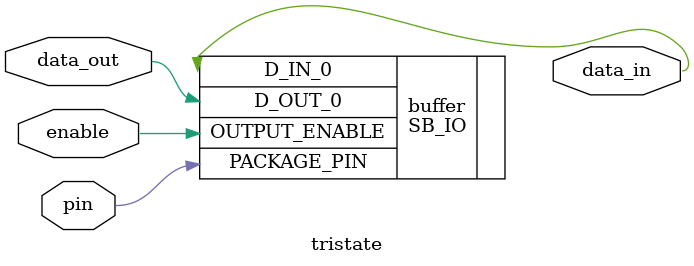
<source format=v>
module bootloader (
  input  wire i_clk_48m,
  output wire o_clk_48m_en,

  inout  io_usbp,
  inout  io_usbn,
  output o_usb_pu,

  output RGB0,
  output RGB1,
  output RGB2,

  input  io_miso,
  output o_cs_flash,
  output io_mosi,
  output o_sck
);
  assign RGB1 = 1;
  assign RGB2 = 1;
  // Float the clock enable by default...
  reg clock_enable = 0;
  tristate tristate_clk_en();

  // Subdivide the 48MHz clock
  wire clk_48mhz;
  assign clk_48mhz = i_clk_48m;
	reg clk_24mhz;
	reg clk_12mhz;
	always @(posedge clk_48mhz) clk_24mhz = !clk_24mhz;
	always @(posedge clk_24mhz) clk_12mhz = !clk_12mhz;

	wire clk = clk_12mhz; // quarter speed clock

  // Warmboot
  wire boot;
  SB_WARMBOOT warmboot_inst (
    .S1(1'b0),
    .S0(1'b1),
    .BOOT(boot)
  );

  // Bootloader IP
  wire usb_p_tx;
  wire usb_n_tx;
  wire usb_p_rx;
  wire usb_n_rx;
  wire usb_p_rx_io;
  wire usb_n_rx_io;
  wire usb_tx_en;

  tinyfpga_bootloader tinyfpga_bootloader_inst (
    .clk_48mhz(clk_48mhz),
    .clk(clk),
    .reset(reset),
    .usb_p_tx(usb_p_tx),
    .usb_n_tx(usb_n_tx),
    .usb_p_rx(usb_p_rx),
    .usb_n_rx(usb_n_rx),
    .usb_tx_en(usb_tx_en),
    .led(RGB0),
    .spi_miso(io_miso),
    .spi_cs(o_cs_flash),
    .spi_mosi(io_mosi),
    .spi_sck(o_sck),
    .boot(boot)
  );

  assign o_usb_pu = 1'b1;

  wire usb_p_rx_io;
  wire usb_n_rx_io;
  assign usb_p_rx = usb_tx_en ? 1'b1 : usb_p_rx_io;
  assign usb_n_rx = usb_tx_en ? 1'b0 : usb_n_rx_io;

  tristate usbn_buffer(
	.pin(io_usbn),
	.enable(usb_tx_en),
	.data_in(usb_n_rx_io),
	.data_out(usb_n_tx)
  );

  tristate usbp_buffer(
	.pin(io_usbp),
	.enable(usb_tx_en),
	.data_in(usb_p_rx_io),
	.data_out(usb_p_tx)
  );
endmodule

module tristate(
  inout pin,
  input enable,
  input data_out,
  output data_in
);
  SB_IO #(
    .PIN_TYPE(6'b1010_01) // tristatable output
  ) buffer(
    .PACKAGE_PIN(pin),
    .OUTPUT_ENABLE(enable),
    .D_IN_0(data_in),
    .D_OUT_0(data_out)
  );
endmodule

</source>
